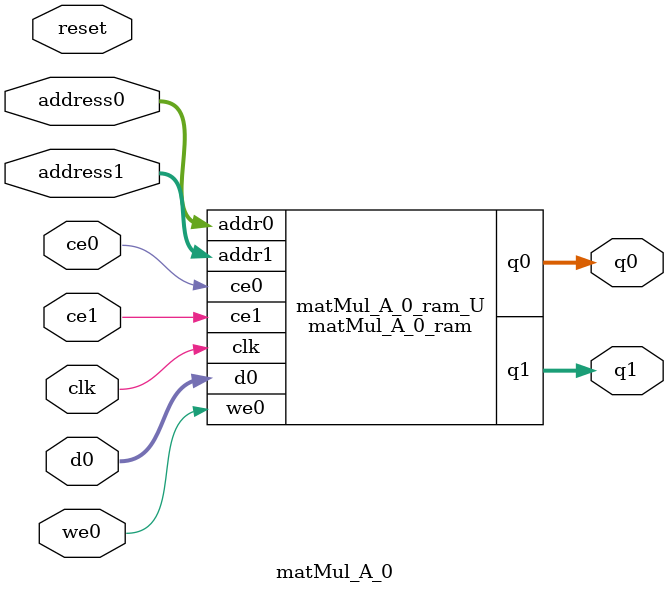
<source format=v>
`timescale 1 ns / 1 ps
module matMul_A_0_ram (addr0, ce0, d0, we0, q0, addr1, ce1, q1,  clk);

parameter DWIDTH = 32;
parameter AWIDTH = 4;
parameter MEM_SIZE = 16;

input[AWIDTH-1:0] addr0;
input ce0;
input[DWIDTH-1:0] d0;
input we0;
output reg[DWIDTH-1:0] q0;
input[AWIDTH-1:0] addr1;
input ce1;
output reg[DWIDTH-1:0] q1;
input clk;

(* ram_style = "distributed" *)reg [DWIDTH-1:0] ram[0:MEM_SIZE-1];




always @(posedge clk)  
begin 
    if (ce0) begin
        if (we0) 
            ram[addr0] <= d0; 
        q0 <= ram[addr0];
    end
end


always @(posedge clk)  
begin 
    if (ce1) begin
        q1 <= ram[addr1];
    end
end


endmodule

`timescale 1 ns / 1 ps
module matMul_A_0(
    reset,
    clk,
    address0,
    ce0,
    we0,
    d0,
    q0,
    address1,
    ce1,
    q1);

parameter DataWidth = 32'd32;
parameter AddressRange = 32'd16;
parameter AddressWidth = 32'd4;
input reset;
input clk;
input[AddressWidth - 1:0] address0;
input ce0;
input we0;
input[DataWidth - 1:0] d0;
output[DataWidth - 1:0] q0;
input[AddressWidth - 1:0] address1;
input ce1;
output[DataWidth - 1:0] q1;



matMul_A_0_ram matMul_A_0_ram_U(
    .clk( clk ),
    .addr0( address0 ),
    .ce0( ce0 ),
    .we0( we0 ),
    .d0( d0 ),
    .q0( q0 ),
    .addr1( address1 ),
    .ce1( ce1 ),
    .q1( q1 ));

endmodule


</source>
